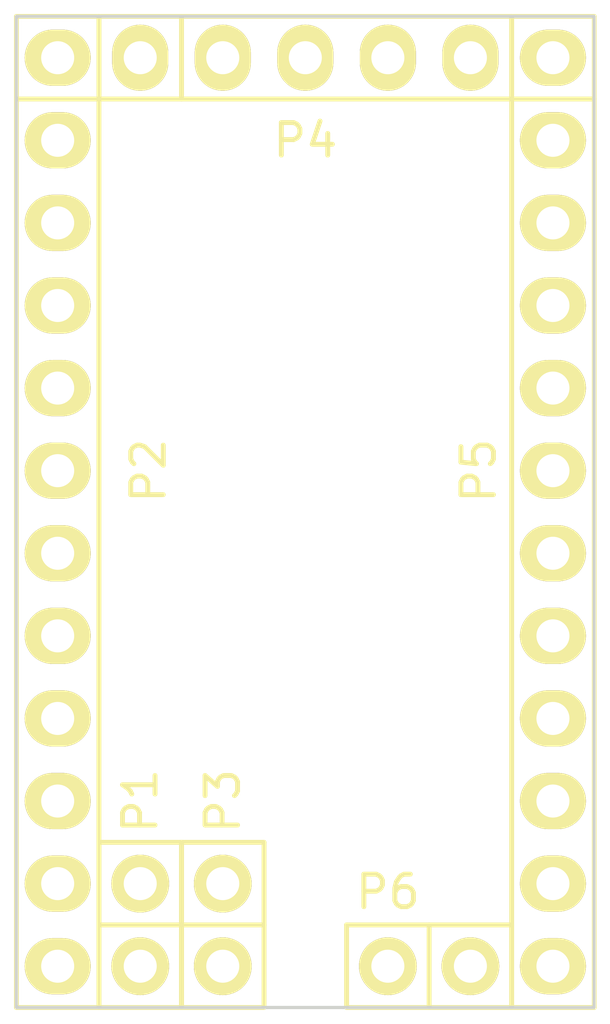
<source format=kicad_pcb>
(kicad_pcb (version 4) (host pcbnew "(2015-03-25 BZR 5536)-product")

  (general
    (links 9)
    (no_connects 9)
    (area -0.050001 -30.530001 17.830001 0.050001)
    (thickness 1.6)
    (drawings 9)
    (tracks 0)
    (zones 0)
    (modules 6)
    (nets 27)
  )

  (page A4)
  (title_block
    (date "sam. 04 avril 2015")
  )

  (layers
    (0 F.Cu signal)
    (31 B.Cu signal)
    (32 B.Adhes user)
    (33 F.Adhes user)
    (34 B.Paste user)
    (35 F.Paste user)
    (36 B.SilkS user)
    (37 F.SilkS user)
    (38 B.Mask user)
    (39 F.Mask user)
    (40 Dwgs.User user)
    (41 Cmts.User user)
    (42 Eco1.User user)
    (43 Eco2.User user)
    (44 Edge.Cuts user)
    (45 Margin user)
    (46 B.CrtYd user)
    (47 F.CrtYd user)
    (48 B.Fab user)
    (49 F.Fab user)
  )

  (setup
    (last_trace_width 0.25)
    (trace_clearance 0.2)
    (zone_clearance 0.508)
    (zone_45_only no)
    (trace_min 0.2)
    (segment_width 0.15)
    (edge_width 0.1)
    (via_size 0.6)
    (via_drill 0.4)
    (via_min_size 0.4)
    (via_min_drill 0.3)
    (uvia_size 0.3)
    (uvia_drill 0.1)
    (uvias_allowed no)
    (uvia_min_size 0.2)
    (uvia_min_drill 0.1)
    (pcb_text_width 0.3)
    (pcb_text_size 1.5 1.5)
    (mod_edge_width 0.15)
    (mod_text_size 1 1)
    (mod_text_width 0.15)
    (pad_size 1.5 1.5)
    (pad_drill 0.6)
    (pad_to_mask_clearance 0)
    (aux_axis_origin 134.493 106.426)
    (visible_elements FFFFFF7F)
    (pcbplotparams
      (layerselection 0x00030_80000001)
      (usegerberextensions false)
      (excludeedgelayer true)
      (linewidth 0.100000)
      (plotframeref false)
      (viasonmask false)
      (mode 1)
      (useauxorigin false)
      (hpglpennumber 1)
      (hpglpenspeed 20)
      (hpglpendiameter 15)
      (hpglpenoverlay 2)
      (psnegative false)
      (psa4output false)
      (plotreference true)
      (plotvalue true)
      (plotinvisibletext false)
      (padsonsilk false)
      (subtractmaskfromsilk false)
      (outputformat 1)
      (mirror false)
      (drillshape 1)
      (scaleselection 1)
      (outputdirectory ""))
  )

  (net 0 "")
  (net 1 /A6)
  (net 2 /A4)
  (net 3 "/1(Tx)")
  (net 4 "/0(Rx)")
  (net 5 /Reset)
  (net 6 GND)
  (net 7 /2)
  (net 8 "/3(**)")
  (net 9 /4)
  (net 10 "/5(**)")
  (net 11 "/6(**)")
  (net 12 /7)
  (net 13 /8)
  (net 14 "/9(**)")
  (net 15 /A7)
  (net 16 /A5)
  (net 17 +5V)
  (net 18 +9V)
  (net 19 /A3)
  (net 20 /A2)
  (net 21 /A1)
  (net 22 /A0)
  (net 23 "/13(SCK)")
  (net 24 "/12(**/MOSI)")
  (net 25 "/11(MISO)")
  (net 26 "/10(**/SS)")

  (net_class Default "This is the default net class."
    (clearance 0.2)
    (trace_width 0.25)
    (via_dia 0.6)
    (via_drill 0.4)
    (uvia_dia 0.3)
    (uvia_drill 0.1)
    (add_net +5V)
    (add_net +9V)
    (add_net "/0(Rx)")
    (add_net "/1(Tx)")
    (add_net "/10(**/SS)")
    (add_net "/11(MISO)")
    (add_net "/12(**/MOSI)")
    (add_net "/13(SCK)")
    (add_net /2)
    (add_net "/3(**)")
    (add_net /4)
    (add_net "/5(**)")
    (add_net "/6(**)")
    (add_net /7)
    (add_net /8)
    (add_net "/9(**)")
    (add_net /A0)
    (add_net /A1)
    (add_net /A2)
    (add_net /A3)
    (add_net /A4)
    (add_net /A5)
    (add_net /A6)
    (add_net /A7)
    (add_net /Reset)
    (add_net GND)
  )

  (module Socket_Arduino_Mini:Socket_Strip_Arduino_1x12 (layer F.Cu) (tedit 55200D87) (tstamp 5520096F)
    (at 135.763 77.216 270)
    (descr "Through hole socket strip")
    (tags "socket strip")
    (path /55200020)
    (fp_text reference P2 (at 12.7 -2.794 270) (layer F.SilkS)
      (effects (font (size 1 1) (thickness 0.15)))
    )
    (fp_text value Digital (at 12.7 -4.064 270) (layer F.Fab)
      (effects (font (size 1 1) (thickness 0.15)))
    )
    (fp_line (start 1.27 -1.27) (end -1.27 -1.27) (layer F.SilkS) (width 0.15))
    (fp_line (start -1.27 -1.27) (end -1.27 1.27) (layer F.SilkS) (width 0.15))
    (fp_line (start -1.27 1.27) (end 1.27 1.27) (layer F.SilkS) (width 0.15))
    (fp_line (start -1.75 -1.75) (end -1.75 1.75) (layer F.CrtYd) (width 0.05))
    (fp_line (start 29.7 -1.75) (end 29.7 1.75) (layer F.CrtYd) (width 0.05))
    (fp_line (start -1.75 -1.75) (end 29.7 -1.75) (layer F.CrtYd) (width 0.05))
    (fp_line (start -1.75 1.75) (end 29.7 1.75) (layer F.CrtYd) (width 0.05))
    (fp_line (start 1.27 1.27) (end 29.21 1.27) (layer F.SilkS) (width 0.15))
    (fp_line (start 29.21 1.27) (end 29.21 -1.27) (layer F.SilkS) (width 0.15))
    (fp_line (start 29.21 -1.27) (end 1.27 -1.27) (layer F.SilkS) (width 0.15))
    (fp_line (start 1.27 1.27) (end 1.27 -1.27) (layer F.SilkS) (width 0.15))
    (pad 1 thru_hole oval (at 0 0 270) (size 1.7272 2.032) (drill 1.016) (layers *.Cu *.Mask F.SilkS)
      (net 3 "/1(Tx)"))
    (pad 2 thru_hole oval (at 2.54 0 270) (size 1.7272 2.032) (drill 1.016) (layers *.Cu *.Mask F.SilkS)
      (net 4 "/0(Rx)"))
    (pad 3 thru_hole oval (at 5.08 0 270) (size 1.7272 2.032) (drill 1.016) (layers *.Cu *.Mask F.SilkS)
      (net 5 /Reset))
    (pad 4 thru_hole oval (at 7.62 0 270) (size 1.7272 2.032) (drill 1.016) (layers *.Cu *.Mask F.SilkS)
      (net 6 GND))
    (pad 5 thru_hole oval (at 10.16 0 270) (size 1.7272 2.032) (drill 1.016) (layers *.Cu *.Mask F.SilkS)
      (net 7 /2))
    (pad 6 thru_hole oval (at 12.7 0 270) (size 1.7272 2.032) (drill 1.016) (layers *.Cu *.Mask F.SilkS)
      (net 8 "/3(**)"))
    (pad 7 thru_hole oval (at 15.24 0 270) (size 1.7272 2.032) (drill 1.016) (layers *.Cu *.Mask F.SilkS)
      (net 9 /4))
    (pad 8 thru_hole oval (at 17.78 0 270) (size 1.7272 2.032) (drill 1.016) (layers *.Cu *.Mask F.SilkS)
      (net 10 "/5(**)"))
    (pad 9 thru_hole oval (at 20.32 0 270) (size 1.7272 2.032) (drill 1.016) (layers *.Cu *.Mask F.SilkS)
      (net 11 "/6(**)"))
    (pad 10 thru_hole oval (at 22.86 0 270) (size 1.7272 2.032) (drill 1.016) (layers *.Cu *.Mask F.SilkS)
      (net 12 /7))
    (pad 11 thru_hole oval (at 25.4 0 270) (size 1.7272 2.032) (drill 1.016) (layers *.Cu *.Mask F.SilkS)
      (net 13 /8))
    (pad 12 thru_hole oval (at 27.94 0 270) (size 1.7272 2.032) (drill 1.016) (layers *.Cu *.Mask F.SilkS)
      (net 14 "/9(**)"))
    (model ${KIPRJMOD}/Socket_Arduino_Mini.3dshapes/Socket_header_Arduino_1x12.wrl
      (at (xyz 0.55 0 0))
      (scale (xyz 1 1 1))
      (rotate (xyz 0 0 180))
    )
  )

  (module Socket_Arduino_Mini:Socket_Strip_Arduino_1x05 (layer F.Cu) (tedit 55200D73) (tstamp 55200994)
    (at 138.303 77.216)
    (descr "Through hole socket strip")
    (tags "socket strip")
    (path /55200109)
    (fp_text reference P4 (at 5.08 2.54) (layer F.SilkS)
      (effects (font (size 1 1) (thickness 0.15)))
    )
    (fp_text value COM (at 5.08 3.81) (layer F.Fab)
      (effects (font (size 1 1) (thickness 0.15)))
    )
    (fp_line (start 1.27 -1.27) (end -1.27 -1.27) (layer F.SilkS) (width 0.15))
    (fp_line (start -1.27 -1.27) (end -1.27 1.27) (layer F.SilkS) (width 0.15))
    (fp_line (start -1.27 1.27) (end 1.27 1.27) (layer F.SilkS) (width 0.15))
    (fp_line (start -1.75 -1.75) (end -1.75 1.75) (layer F.CrtYd) (width 0.05))
    (fp_line (start 11.95 -1.75) (end 11.95 1.75) (layer F.CrtYd) (width 0.05))
    (fp_line (start -1.75 -1.75) (end 11.95 -1.75) (layer F.CrtYd) (width 0.05))
    (fp_line (start -1.75 1.75) (end 11.95 1.75) (layer F.CrtYd) (width 0.05))
    (fp_line (start 1.27 1.27) (end 11.43 1.27) (layer F.SilkS) (width 0.15))
    (fp_line (start 11.43 1.27) (end 11.43 -1.27) (layer F.SilkS) (width 0.15))
    (fp_line (start 11.43 -1.27) (end 1.27 -1.27) (layer F.SilkS) (width 0.15))
    (fp_line (start 1.27 1.27) (end 1.27 -1.27) (layer F.SilkS) (width 0.15))
    (pad 1 thru_hole oval (at 0 0) (size 1.7272 2.032) (drill 1.016) (layers *.Cu *.Mask F.SilkS)
      (net 5 /Reset))
    (pad 2 thru_hole oval (at 2.54 0) (size 1.7272 2.032) (drill 1.016) (layers *.Cu *.Mask F.SilkS)
      (net 3 "/1(Tx)"))
    (pad 3 thru_hole oval (at 5.08 0) (size 1.7272 2.032) (drill 1.016) (layers *.Cu *.Mask F.SilkS)
      (net 4 "/0(Rx)"))
    (pad 4 thru_hole oval (at 7.62 0) (size 1.7272 2.032) (drill 1.016) (layers *.Cu *.Mask F.SilkS)
      (net 17 +5V))
    (pad 5 thru_hole oval (at 10.16 0) (size 1.7272 2.032) (drill 1.016) (layers *.Cu *.Mask F.SilkS)
      (net 6 GND))
  )

  (module Socket_Arduino_Mini:Socket_Strip_Arduino_1x12 (layer F.Cu) (tedit 55200D8E) (tstamp 552009AF)
    (at 151.003 77.216 270)
    (descr "Through hole socket strip")
    (tags "socket strip")
    (path /55200047)
    (fp_text reference P5 (at 12.7 2.286 270) (layer F.SilkS)
      (effects (font (size 1 1) (thickness 0.15)))
    )
    (fp_text value Analog (at 12.7 3.556 270) (layer F.Fab)
      (effects (font (size 1 1) (thickness 0.15)))
    )
    (fp_line (start 1.27 -1.27) (end -1.27 -1.27) (layer F.SilkS) (width 0.15))
    (fp_line (start -1.27 -1.27) (end -1.27 1.27) (layer F.SilkS) (width 0.15))
    (fp_line (start -1.27 1.27) (end 1.27 1.27) (layer F.SilkS) (width 0.15))
    (fp_line (start -1.75 -1.75) (end -1.75 1.75) (layer F.CrtYd) (width 0.05))
    (fp_line (start 29.7 -1.75) (end 29.7 1.75) (layer F.CrtYd) (width 0.05))
    (fp_line (start -1.75 -1.75) (end 29.7 -1.75) (layer F.CrtYd) (width 0.05))
    (fp_line (start -1.75 1.75) (end 29.7 1.75) (layer F.CrtYd) (width 0.05))
    (fp_line (start 1.27 1.27) (end 29.21 1.27) (layer F.SilkS) (width 0.15))
    (fp_line (start 29.21 1.27) (end 29.21 -1.27) (layer F.SilkS) (width 0.15))
    (fp_line (start 29.21 -1.27) (end 1.27 -1.27) (layer F.SilkS) (width 0.15))
    (fp_line (start 1.27 1.27) (end 1.27 -1.27) (layer F.SilkS) (width 0.15))
    (pad 1 thru_hole oval (at 0 0 270) (size 1.7272 2.032) (drill 1.016) (layers *.Cu *.Mask F.SilkS)
      (net 18 +9V))
    (pad 2 thru_hole oval (at 2.54 0 270) (size 1.7272 2.032) (drill 1.016) (layers *.Cu *.Mask F.SilkS)
      (net 6 GND))
    (pad 3 thru_hole oval (at 5.08 0 270) (size 1.7272 2.032) (drill 1.016) (layers *.Cu *.Mask F.SilkS)
      (net 5 /Reset))
    (pad 4 thru_hole oval (at 7.62 0 270) (size 1.7272 2.032) (drill 1.016) (layers *.Cu *.Mask F.SilkS)
      (net 17 +5V))
    (pad 5 thru_hole oval (at 10.16 0 270) (size 1.7272 2.032) (drill 1.016) (layers *.Cu *.Mask F.SilkS)
      (net 19 /A3))
    (pad 6 thru_hole oval (at 12.7 0 270) (size 1.7272 2.032) (drill 1.016) (layers *.Cu *.Mask F.SilkS)
      (net 20 /A2))
    (pad 7 thru_hole oval (at 15.24 0 270) (size 1.7272 2.032) (drill 1.016) (layers *.Cu *.Mask F.SilkS)
      (net 21 /A1))
    (pad 8 thru_hole oval (at 17.78 0 270) (size 1.7272 2.032) (drill 1.016) (layers *.Cu *.Mask F.SilkS)
      (net 22 /A0))
    (pad 9 thru_hole oval (at 20.32 0 270) (size 1.7272 2.032) (drill 1.016) (layers *.Cu *.Mask F.SilkS)
      (net 23 "/13(SCK)"))
    (pad 10 thru_hole oval (at 22.86 0 270) (size 1.7272 2.032) (drill 1.016) (layers *.Cu *.Mask F.SilkS)
      (net 24 "/12(**/MOSI)"))
    (pad 11 thru_hole oval (at 25.4 0 270) (size 1.7272 2.032) (drill 1.016) (layers *.Cu *.Mask F.SilkS)
      (net 25 "/11(MISO)"))
    (pad 12 thru_hole oval (at 27.94 0 270) (size 1.7272 2.032) (drill 1.016) (layers *.Cu *.Mask F.SilkS)
      (net 26 "/10(**/SS)"))
    (model ${KIPRJMOD}/Socket_Arduino_Mini.3dshapes/Socket_header_Arduino_1x12.wrl
      (at (xyz 0.55 0 0))
      (scale (xyz 1 1 1))
      (rotate (xyz 0 0 180))
    )
  )

  (module Socket_Arduino_Mini:Socket_Strip_Arduino_1x02 (layer F.Cu) (tedit 55200D4B) (tstamp 55200D56)
    (at 138.303 102.616 270)
    (descr "Through hole socket strip")
    (tags "socket strip")
    (path /552001A7)
    (fp_text reference P1 (at -2.54 0 270) (layer F.SilkS)
      (effects (font (size 1 1) (thickness 0.15)))
    )
    (fp_text value ADC (at -5.08 0 270) (layer F.Fab)
      (effects (font (size 1 1) (thickness 0.15)))
    )
    (fp_line (start 1.27 -1.27) (end -1.27 -1.27) (layer F.SilkS) (width 0.15))
    (fp_line (start -1.27 -1.27) (end -1.27 1.27) (layer F.SilkS) (width 0.15))
    (fp_line (start -1.27 1.27) (end 1.27 1.27) (layer F.SilkS) (width 0.15))
    (fp_line (start 3.81 1.27) (end 1.27 1.27) (layer F.SilkS) (width 0.15))
    (fp_line (start -1.75 -1.75) (end -1.75 1.75) (layer F.CrtYd) (width 0.05))
    (fp_line (start 4.3 -1.75) (end 4.3 1.75) (layer F.CrtYd) (width 0.05))
    (fp_line (start -1.75 -1.75) (end 4.3 -1.75) (layer F.CrtYd) (width 0.05))
    (fp_line (start -1.75 1.75) (end 4.3 1.75) (layer F.CrtYd) (width 0.05))
    (fp_line (start 1.27 1.27) (end 1.27 -1.27) (layer F.SilkS) (width 0.15))
    (fp_line (start 1.27 -1.27) (end 3.81 -1.27) (layer F.SilkS) (width 0.15))
    (fp_line (start 3.81 -1.27) (end 3.81 1.27) (layer F.SilkS) (width 0.15))
    (pad 1 thru_hole circle (at 0 0 270) (size 1.778 1.778) (drill 1.016) (layers *.Cu *.Mask F.SilkS)
      (net 1 /A6))
    (pad 2 thru_hole circle (at 2.54 0 270) (size 1.778 1.778) (drill 1.016) (layers *.Cu *.Mask F.SilkS)
      (net 2 /A4))
  )

  (module Socket_Arduino_Mini:Socket_Strip_Arduino_1x02 (layer F.Cu) (tedit 55200D52) (tstamp 55200D67)
    (at 140.843 102.616 270)
    (descr "Through hole socket strip")
    (tags "socket strip")
    (path /5520022A)
    (fp_text reference P3 (at -2.54 0 270) (layer F.SilkS)
      (effects (font (size 1 1) (thickness 0.15)))
    )
    (fp_text value ADC (at -5.08 0 270) (layer F.Fab)
      (effects (font (size 1 1) (thickness 0.15)))
    )
    (fp_line (start 1.27 -1.27) (end -1.27 -1.27) (layer F.SilkS) (width 0.15))
    (fp_line (start -1.27 -1.27) (end -1.27 1.27) (layer F.SilkS) (width 0.15))
    (fp_line (start -1.27 1.27) (end 1.27 1.27) (layer F.SilkS) (width 0.15))
    (fp_line (start 3.81 1.27) (end 1.27 1.27) (layer F.SilkS) (width 0.15))
    (fp_line (start -1.75 -1.75) (end -1.75 1.75) (layer F.CrtYd) (width 0.05))
    (fp_line (start 4.3 -1.75) (end 4.3 1.75) (layer F.CrtYd) (width 0.05))
    (fp_line (start -1.75 -1.75) (end 4.3 -1.75) (layer F.CrtYd) (width 0.05))
    (fp_line (start -1.75 1.75) (end 4.3 1.75) (layer F.CrtYd) (width 0.05))
    (fp_line (start 1.27 1.27) (end 1.27 -1.27) (layer F.SilkS) (width 0.15))
    (fp_line (start 1.27 -1.27) (end 3.81 -1.27) (layer F.SilkS) (width 0.15))
    (fp_line (start 3.81 -1.27) (end 3.81 1.27) (layer F.SilkS) (width 0.15))
    (pad 1 thru_hole circle (at 0 0 270) (size 1.778 1.778) (drill 1.016) (layers *.Cu *.Mask F.SilkS)
      (net 15 /A7))
    (pad 2 thru_hole circle (at 2.54 0 270) (size 1.778 1.778) (drill 1.016) (layers *.Cu *.Mask F.SilkS)
      (net 16 /A5))
  )

  (module Socket_Arduino_Mini:Socket_Strip_Arduino_1x02 (layer F.Cu) (tedit 55200D5C) (tstamp 55200D78)
    (at 145.923 105.156)
    (descr "Through hole socket strip")
    (tags "socket strip")
    (path /55200268)
    (fp_text reference P6 (at 0 -2.286) (layer F.SilkS)
      (effects (font (size 1 1) (thickness 0.15)))
    )
    (fp_text value PWR (at 0 -3.81) (layer F.Fab)
      (effects (font (size 1 1) (thickness 0.15)))
    )
    (fp_line (start 1.27 -1.27) (end -1.27 -1.27) (layer F.SilkS) (width 0.15))
    (fp_line (start -1.27 -1.27) (end -1.27 1.27) (layer F.SilkS) (width 0.15))
    (fp_line (start -1.27 1.27) (end 1.27 1.27) (layer F.SilkS) (width 0.15))
    (fp_line (start 3.81 1.27) (end 1.27 1.27) (layer F.SilkS) (width 0.15))
    (fp_line (start -1.75 -1.75) (end -1.75 1.75) (layer F.CrtYd) (width 0.05))
    (fp_line (start 4.3 -1.75) (end 4.3 1.75) (layer F.CrtYd) (width 0.05))
    (fp_line (start -1.75 -1.75) (end 4.3 -1.75) (layer F.CrtYd) (width 0.05))
    (fp_line (start -1.75 1.75) (end 4.3 1.75) (layer F.CrtYd) (width 0.05))
    (fp_line (start 1.27 1.27) (end 1.27 -1.27) (layer F.SilkS) (width 0.15))
    (fp_line (start 1.27 -1.27) (end 3.81 -1.27) (layer F.SilkS) (width 0.15))
    (fp_line (start 3.81 -1.27) (end 3.81 1.27) (layer F.SilkS) (width 0.15))
    (pad 1 thru_hole circle (at 0 0) (size 1.778 1.778) (drill 1.016) (layers *.Cu *.Mask F.SilkS)
      (net 17 +5V))
    (pad 2 thru_hole circle (at 2.54 0) (size 1.778 1.778) (drill 1.016) (layers *.Cu *.Mask F.SilkS)
      (net 6 GND))
  )

  (gr_line (start 140.081 79.629) (end 137.541 79.629) (angle 90) (layer Dwgs.User) (width 0.15))
  (gr_line (start 140.081 82.423) (end 140.081 79.629) (angle 90) (layer Dwgs.User) (width 0.15))
  (gr_line (start 137.541 82.423) (end 137.541 79.629) (angle 90) (layer Dwgs.User) (width 0.15))
  (gr_line (start 140.081 82.423) (end 137.541 82.423) (angle 90) (layer Dwgs.User) (width 0.15))
  (gr_circle (center 138.811 81.026) (end 138.049 81.026) (layer Dwgs.User) (width 0.15))
  (gr_line (start 134.493 75.946) (end 134.493 106.426) (angle 90) (layer Edge.Cuts) (width 0.1))
  (gr_line (start 152.273 75.946) (end 134.493 75.946) (angle 90) (layer Edge.Cuts) (width 0.1))
  (gr_line (start 152.273 106.426) (end 152.273 75.946) (angle 90) (layer Edge.Cuts) (width 0.1))
  (gr_line (start 134.493 106.426) (end 152.273 106.426) (angle 90) (layer Edge.Cuts) (width 0.1))

)

</source>
